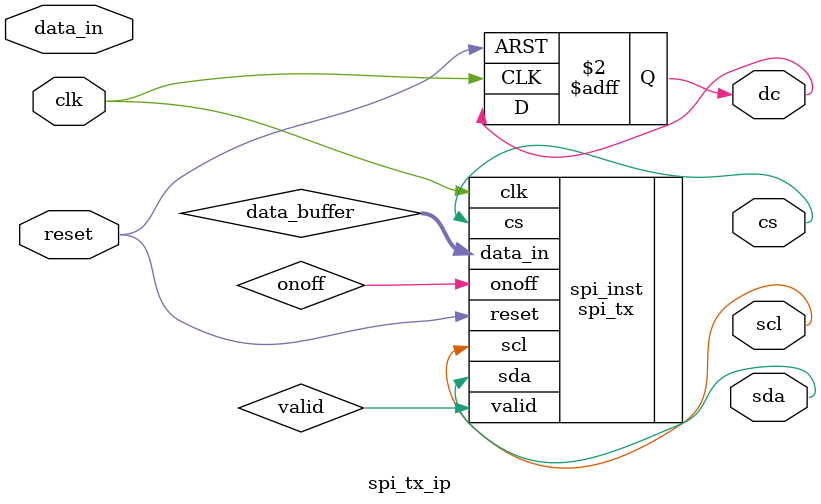
<source format=v>
`timescale 1ns / 1ps


module spi_tx_ip(
    input clk, reset,
    input [15:0] data_in,
    output cs, scl, sda,
    output reg dc
    );
    
    wire [7:0] data_buffer;
    wire onoff, valid;
    spi_tx spi_inst(
        .clk(clk), .reset(reset),
        .onoff(onoff),
        .data_in(data_buffer),
        .cs(cs), .scl(scl), .sda(sda),
        .valid(valid)
    );
    
    always @(posedge clk, posedge reset) begin
        if(reset) begin
            dc = 0;
        end
        else begin
        end
    end
    
endmodule

</source>
